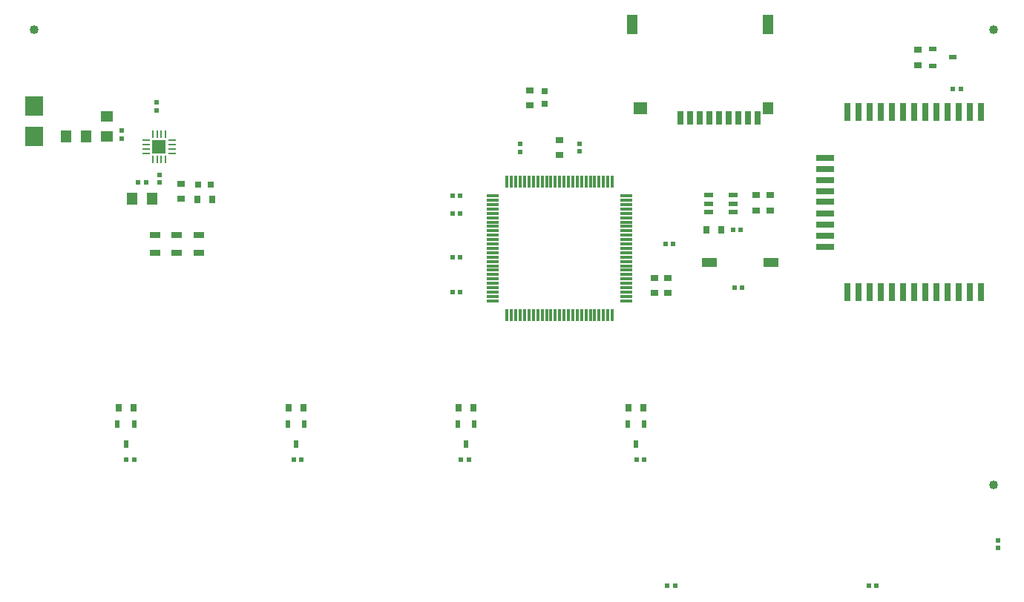
<source format=gtp>
G04 Layer_Color=8421504*
%FSTAX24Y24*%
%MOIN*%
G70*
G01*
G75*
%ADD10R,0.0276X0.0787*%
%ADD11R,0.0787X0.0276*%
%ADD12R,0.0118X0.0575*%
%ADD13R,0.0575X0.0118*%
%ADD14R,0.0256X0.0335*%
%ADD15R,0.0335X0.0256*%
%ADD16R,0.0512X0.0295*%
%ADD17R,0.0500X0.0550*%
%ADD18R,0.0201X0.0217*%
%ADD19R,0.0550X0.0500*%
%ADD20R,0.0217X0.0201*%
%ADD21R,0.0846X0.0906*%
%ADD22C,0.0400*%
%ADD23R,0.0236X0.0354*%
%ADD24R,0.0709X0.0394*%
%ADD25R,0.0394X0.0236*%
%ADD26R,0.0300X0.0300*%
%ADD27R,0.0472X0.0866*%
%ADD28R,0.0276X0.0630*%
%ADD29R,0.0472X0.0551*%
%ADD30R,0.0630X0.0551*%
%ADD31O,0.0098X0.0335*%
%ADD32O,0.0335X0.0098*%
%ADD33R,0.0591X0.0591*%
%ADD34R,0.0300X0.0300*%
%ADD35R,0.0354X0.0236*%
D10*
X43655Y345467D02*
D03*
X43605Y345467D02*
D03*
X43555Y345467D02*
D03*
X43505Y345467D02*
D03*
X43455D02*
D03*
X43405Y345467D02*
D03*
X43355Y345467D02*
D03*
X43305Y345467D02*
D03*
X43255Y345467D02*
D03*
X43205Y345467D02*
D03*
X43155Y345467D02*
D03*
X43105Y345467D02*
D03*
X43055Y345467D02*
D03*
X43055Y353561D02*
D03*
X43655Y353561D02*
D03*
X43605D02*
D03*
X43555Y353561D02*
D03*
X43505Y353561D02*
D03*
X43455Y353561D02*
D03*
X43405Y353561D02*
D03*
X43355Y353561D02*
D03*
X43305D02*
D03*
X43255Y353561D02*
D03*
X43205Y353561D02*
D03*
X43155Y353561D02*
D03*
X43105D02*
D03*
D11*
X42955Y347514D02*
D03*
X42955Y348014D02*
D03*
X42955Y348514D02*
D03*
X42955Y349014D02*
D03*
Y349526D02*
D03*
Y350014D02*
D03*
X42955Y350514D02*
D03*
X42955Y351014D02*
D03*
X42955Y351514D02*
D03*
D12*
X419983Y350437D02*
D03*
X419787Y350437D02*
D03*
X41959D02*
D03*
X419393D02*
D03*
X419196Y350437D02*
D03*
X418999D02*
D03*
X418802D02*
D03*
X418605D02*
D03*
X418409D02*
D03*
X418212D02*
D03*
X418015D02*
D03*
X417818D02*
D03*
X417621D02*
D03*
X417424D02*
D03*
X417228D02*
D03*
X417031D02*
D03*
X416834D02*
D03*
X416637D02*
D03*
X41644D02*
D03*
X416243D02*
D03*
X416046D02*
D03*
X41585D02*
D03*
X415653Y350437D02*
D03*
X415456D02*
D03*
X415259Y350437D02*
D03*
X415259Y344433D02*
D03*
X415456D02*
D03*
X415653D02*
D03*
X41585D02*
D03*
X416046Y344433D02*
D03*
X416243D02*
D03*
X41644Y344433D02*
D03*
X416637D02*
D03*
X416834Y344433D02*
D03*
X417031D02*
D03*
X417228D02*
D03*
X417424D02*
D03*
X417621D02*
D03*
X417818Y344433D02*
D03*
X418015Y344433D02*
D03*
X418212D02*
D03*
X418409D02*
D03*
X418605D02*
D03*
X418802D02*
D03*
X418999Y344433D02*
D03*
X419196D02*
D03*
X419393D02*
D03*
X41959D02*
D03*
X419787D02*
D03*
X419983Y344433D02*
D03*
D13*
X414619Y349797D02*
D03*
X414619Y3496D02*
D03*
Y349404D02*
D03*
Y349207D02*
D03*
X414619Y34901D02*
D03*
Y348813D02*
D03*
Y348616D02*
D03*
Y348419D02*
D03*
Y348222D02*
D03*
Y348026D02*
D03*
Y347829D02*
D03*
Y347632D02*
D03*
Y347435D02*
D03*
Y347238D02*
D03*
Y347041D02*
D03*
Y346844D02*
D03*
Y346648D02*
D03*
Y346451D02*
D03*
Y346254D02*
D03*
Y346057D02*
D03*
Y34586D02*
D03*
X414619Y345663D02*
D03*
Y345467D02*
D03*
Y34527D02*
D03*
X414619Y345073D02*
D03*
X420623D02*
D03*
Y34527D02*
D03*
Y345467D02*
D03*
Y345663D02*
D03*
Y34586D02*
D03*
Y346057D02*
D03*
Y346254D02*
D03*
Y346451D02*
D03*
X420623Y346648D02*
D03*
Y346844D02*
D03*
Y347041D02*
D03*
X420623Y347238D02*
D03*
X420623Y347435D02*
D03*
Y347632D02*
D03*
X420623Y347829D02*
D03*
Y348026D02*
D03*
Y348222D02*
D03*
X420623Y348419D02*
D03*
Y348616D02*
D03*
X420623Y348813D02*
D03*
Y34901D02*
D03*
X420623Y349207D02*
D03*
Y349404D02*
D03*
Y3496D02*
D03*
Y349797D02*
D03*
D14*
X406105Y34027D02*
D03*
X405436D02*
D03*
X398468Y34027D02*
D03*
X397798Y34027D02*
D03*
X421381Y34027D02*
D03*
X420712D02*
D03*
X413743D02*
D03*
X413074D02*
D03*
X424885Y348262D02*
D03*
X424216D02*
D03*
X402011Y34964D02*
D03*
X401342D02*
D03*
D15*
X417621Y352297D02*
D03*
Y351628D02*
D03*
X421873Y346116D02*
D03*
Y345447D02*
D03*
X422464Y346116D02*
D03*
Y345447D02*
D03*
X42644Y349148D02*
D03*
Y349817D02*
D03*
X42707Y349148D02*
D03*
Y349817D02*
D03*
X416283Y353872D02*
D03*
Y354541D02*
D03*
X433724Y356352D02*
D03*
Y355683D02*
D03*
X400613Y350329D02*
D03*
Y349659D02*
D03*
D16*
X401401Y348026D02*
D03*
Y347238D02*
D03*
X399432Y348026D02*
D03*
Y347238D02*
D03*
X400417Y348026D02*
D03*
Y347238D02*
D03*
D17*
X396361Y352474D02*
D03*
X395461D02*
D03*
X399314Y349679D02*
D03*
X398414D02*
D03*
D18*
X41585Y352137D02*
D03*
Y351783D02*
D03*
X418527Y35214D02*
D03*
Y351785D02*
D03*
X437306Y333951D02*
D03*
Y334305D02*
D03*
X397936Y352376D02*
D03*
Y35273D02*
D03*
X39952Y353633D02*
D03*
Y353987D02*
D03*
X399649Y350388D02*
D03*
Y350742D02*
D03*
D19*
X397267Y352474D02*
D03*
Y353374D02*
D03*
D20*
X422444Y332278D02*
D03*
X422798D02*
D03*
X431499D02*
D03*
X431854D02*
D03*
X398153Y337947D02*
D03*
X398507D02*
D03*
X405672Y337947D02*
D03*
X406027D02*
D03*
X413192Y337947D02*
D03*
X413546D02*
D03*
X421066Y337947D02*
D03*
X42142D02*
D03*
X42272Y347632D02*
D03*
X422365D02*
D03*
X425476Y345663D02*
D03*
X42583D02*
D03*
X425397Y348262D02*
D03*
X425751D02*
D03*
X412798Y34901D02*
D03*
X413153D02*
D03*
X412798Y349797D02*
D03*
X413153D02*
D03*
Y347041D02*
D03*
X412798D02*
D03*
X413153Y345467D02*
D03*
X412798D02*
D03*
X435279Y3546D02*
D03*
X435633D02*
D03*
X399039Y350388D02*
D03*
X398684D02*
D03*
D21*
X393999Y352465D02*
D03*
Y353823D02*
D03*
D22*
Y357278D02*
D03*
X437109Y336805D02*
D03*
Y357278D02*
D03*
D23*
X398507Y339541D02*
D03*
X397759Y339541D02*
D03*
X398133Y338636D02*
D03*
X406145Y339541D02*
D03*
X405397D02*
D03*
X405771Y338636D02*
D03*
X413783Y339541D02*
D03*
X413035D02*
D03*
X413409Y338636D02*
D03*
X42142Y339541D02*
D03*
X420672D02*
D03*
X421046Y338636D02*
D03*
D24*
X427109Y346805D02*
D03*
X424354D02*
D03*
D25*
X424324Y349069D02*
D03*
Y349443D02*
D03*
Y349817D02*
D03*
X425407D02*
D03*
X425407Y349443D02*
D03*
X425407Y349069D02*
D03*
D26*
X416952Y353946D02*
D03*
Y354506D02*
D03*
D27*
X426991Y357514D02*
D03*
X420889D02*
D03*
D28*
X426519Y353301D02*
D03*
X426086Y353301D02*
D03*
X425653Y353301D02*
D03*
X42522D02*
D03*
X424787D02*
D03*
X424354Y353301D02*
D03*
X42392Y353301D02*
D03*
X423487D02*
D03*
X423054D02*
D03*
D29*
X426991Y353734D02*
D03*
D30*
X421243D02*
D03*
D31*
X399334Y351431D02*
D03*
X399531D02*
D03*
X399728D02*
D03*
X399924D02*
D03*
Y352573D02*
D03*
X399728D02*
D03*
X399531D02*
D03*
X399334D02*
D03*
D32*
X4002Y351707D02*
D03*
Y351904D02*
D03*
Y3521D02*
D03*
Y352297D02*
D03*
X399058D02*
D03*
Y3521D02*
D03*
Y351904D02*
D03*
Y351707D02*
D03*
D33*
X399629Y352002D02*
D03*
D34*
X401376Y350309D02*
D03*
X401936D02*
D03*
D35*
X434373Y356392D02*
D03*
X434373Y355644D02*
D03*
X435279Y356018D02*
D03*
M02*

</source>
